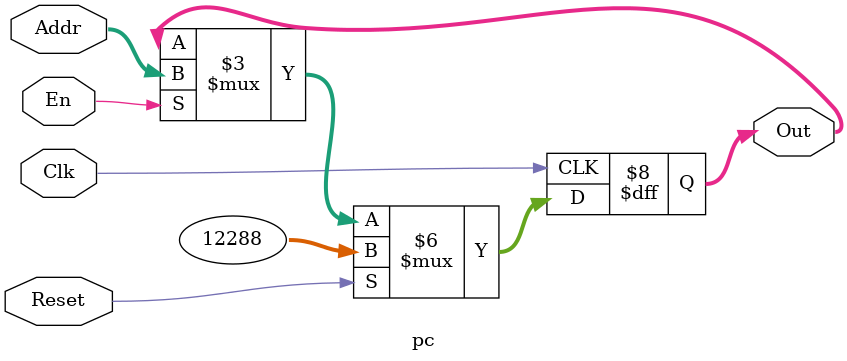
<source format=v>
`timescale 1ns / 1ps
module pc(
    input Clk,            //Ê±ÖÓÐÅºÅ
    input Reset,		  //¸´Î»ÐÅºÅ
    input [31:0] Addr,	  //ÊäÈëµÄÏÂÒ»ÌõÖ¸ÁîµØÖ·
	input En,
    output reg [31:0] Out //Êä³öµ±Ç°Ö¸ÁîµØÖ·
    );
	initial begin
		Out = 32'h3000;
	end
	
    always @(posedge Clk)
      if (Reset) begin
         Out = 32'h3000;
      end 
	  else if (En) begin
         Out <= Addr;
      end


endmodule

</source>
